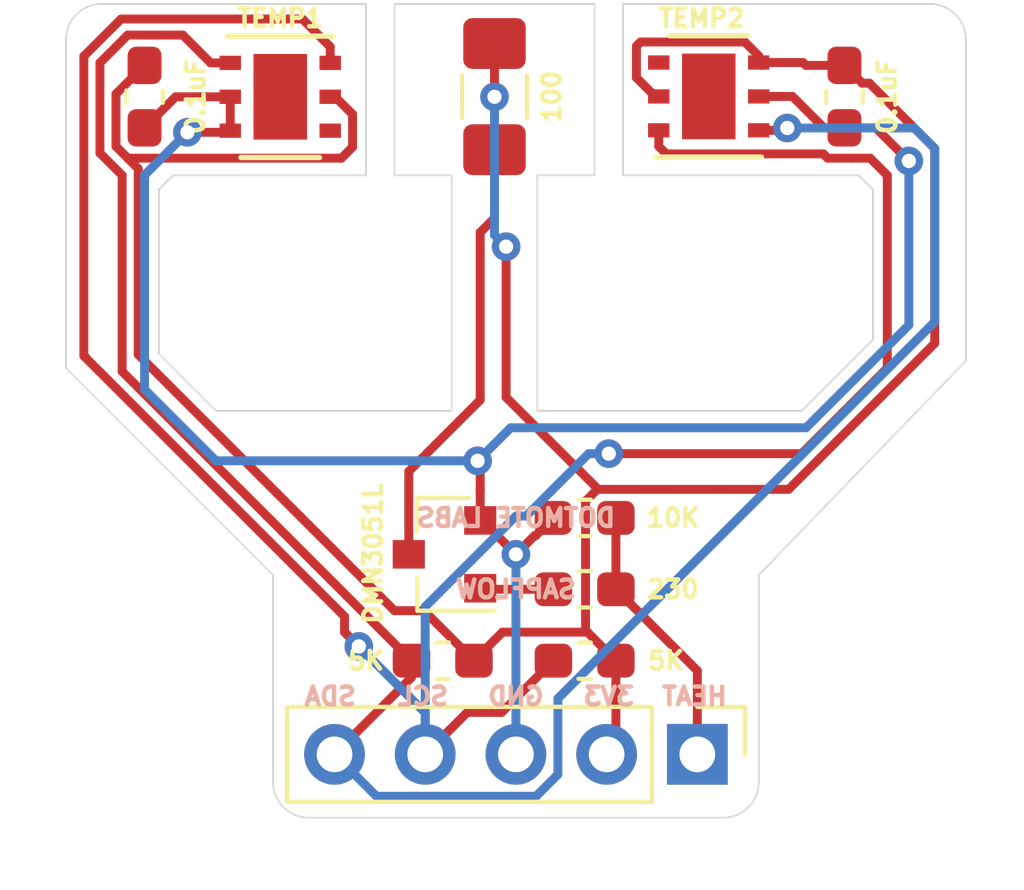
<source format=kicad_pcb>
(kicad_pcb (version 20171130) (host pcbnew "(5.1.0-0)")

  (general
    (thickness 1.6)
    (drawings 43)
    (tracks 159)
    (zones 0)
    (modules 11)
    (nets 12)
  )

  (page A4)
  (layers
    (0 F.Cu signal)
    (31 B.Cu signal)
    (32 B.Adhes user)
    (33 F.Adhes user)
    (34 B.Paste user)
    (35 F.Paste user)
    (36 B.SilkS user)
    (37 F.SilkS user)
    (38 B.Mask user)
    (39 F.Mask user)
    (40 Dwgs.User user)
    (41 Cmts.User user)
    (42 Eco1.User user)
    (43 Eco2.User user)
    (44 Edge.Cuts user)
    (45 Margin user)
    (46 B.CrtYd user)
    (47 F.CrtYd user)
    (48 B.Fab user)
    (49 F.Fab user)
  )

  (setup
    (last_trace_width 0.25)
    (user_trace_width 0.5)
    (trace_clearance 0.2)
    (zone_clearance 0.508)
    (zone_45_only no)
    (trace_min 0.2)
    (via_size 0.8)
    (via_drill 0.4)
    (via_min_size 0.4)
    (via_min_drill 0.3)
    (uvia_size 0.3)
    (uvia_drill 0.1)
    (uvias_allowed no)
    (uvia_min_size 0.2)
    (uvia_min_drill 0.1)
    (edge_width 0.05)
    (segment_width 0.2)
    (pcb_text_width 0.3)
    (pcb_text_size 1.5 1.5)
    (mod_edge_width 0.12)
    (mod_text_size 1 1)
    (mod_text_width 0.15)
    (pad_size 1.524 1.524)
    (pad_drill 0.762)
    (pad_to_mask_clearance 0.051)
    (solder_mask_min_width 0.25)
    (aux_axis_origin 0 0)
    (visible_elements FFFFFF7F)
    (pcbplotparams
      (layerselection 0x010fc_ffffffff)
      (usegerberextensions false)
      (usegerberattributes false)
      (usegerberadvancedattributes false)
      (creategerberjobfile false)
      (excludeedgelayer true)
      (linewidth 0.100000)
      (plotframeref false)
      (viasonmask false)
      (mode 1)
      (useauxorigin false)
      (hpglpennumber 1)
      (hpglpenspeed 20)
      (hpglpendiameter 15.000000)
      (psnegative false)
      (psa4output false)
      (plotreference true)
      (plotvalue true)
      (plotinvisibletext false)
      (padsonsilk false)
      (subtractmaskfromsilk false)
      (outputformat 1)
      (mirror false)
      (drillshape 0)
      (scaleselection 1)
      (outputdirectory "GERBERS/"))
  )

  (net 0 "")
  (net 1 +3V3)
  (net 2 GND)
  (net 3 "Net-(J1-Pad1)")
  (net 4 "Net-(J1-Pad5)")
  (net 5 "Net-(U1-Pad7)")
  (net 6 "Net-(U2-Pad7)")
  (net 7 "Net-(J1-Pad4)")
  (net 8 "Net-(Q1-Pad1)")
  (net 9 "Net-(U1-Pad4)")
  (net 10 "Net-(U2-Pad4)")
  (net 11 "Net-(Q1-Pad3)")

  (net_class Default "This is the default net class."
    (clearance 0.2)
    (trace_width 0.25)
    (via_dia 0.8)
    (via_drill 0.4)
    (uvia_dia 0.3)
    (uvia_drill 0.1)
    (add_net +3V3)
    (add_net GND)
    (add_net "Net-(J1-Pad1)")
    (add_net "Net-(J1-Pad4)")
    (add_net "Net-(J1-Pad5)")
    (add_net "Net-(Q1-Pad1)")
    (add_net "Net-(Q1-Pad3)")
    (add_net "Net-(U1-Pad4)")
    (add_net "Net-(U1-Pad7)")
    (add_net "Net-(U2-Pad4)")
    (add_net "Net-(U2-Pad7)")
  )

  (module Capacitor_SMD:C_0603_1608Metric_Pad1.05x0.95mm_HandSolder (layer F.Cu) (tedit 5B301BBE) (tstamp 5CA23C29)
    (at 110.2 107.995 270)
    (descr "Capacitor SMD 0603 (1608 Metric), square (rectangular) end terminal, IPC_7351 nominal with elongated pad for handsoldering. (Body size source: http://www.tortai-tech.com/upload/download/2011102023233369053.pdf), generated with kicad-footprint-generator")
    (tags "capacitor handsolder")
    (path /5C95C0E6)
    (attr smd)
    (fp_text reference 0.1uF (at 0 -1.43 270) (layer F.SilkS)
      (effects (font (size 0.5 0.5) (thickness 0.125)))
    )
    (fp_text value 0.1uF (at -0.195 3.2 270) (layer F.Fab)
      (effects (font (size 1 1) (thickness 0.15)))
    )
    (fp_line (start -0.8 0.4) (end -0.8 -0.4) (layer F.Fab) (width 0.1))
    (fp_line (start -0.8 -0.4) (end 0.8 -0.4) (layer F.Fab) (width 0.1))
    (fp_line (start 0.8 -0.4) (end 0.8 0.4) (layer F.Fab) (width 0.1))
    (fp_line (start 0.8 0.4) (end -0.8 0.4) (layer F.Fab) (width 0.1))
    (fp_line (start -0.171267 -0.51) (end 0.171267 -0.51) (layer F.SilkS) (width 0.12))
    (fp_line (start -0.171267 0.51) (end 0.171267 0.51) (layer F.SilkS) (width 0.12))
    (fp_line (start -1.65 0.73) (end -1.65 -0.73) (layer F.CrtYd) (width 0.05))
    (fp_line (start -1.65 -0.73) (end 1.65 -0.73) (layer F.CrtYd) (width 0.05))
    (fp_line (start 1.65 -0.73) (end 1.65 0.73) (layer F.CrtYd) (width 0.05))
    (fp_line (start 1.65 0.73) (end -1.65 0.73) (layer F.CrtYd) (width 0.05))
    (fp_text user %R (at 0 0 270) (layer F.Fab)
      (effects (font (size 0.4 0.4) (thickness 0.06)))
    )
    (pad 1 smd roundrect (at -0.875 0 270) (size 1.05 0.95) (layers F.Cu F.Paste F.Mask) (roundrect_rratio 0.25)
      (net 1 +3V3))
    (pad 2 smd roundrect (at 0.875 0 270) (size 1.05 0.95) (layers F.Cu F.Paste F.Mask) (roundrect_rratio 0.25)
      (net 2 GND))
    (model ${KISYS3DMOD}/Capacitor_SMD.3dshapes/C_0603_1608Metric.wrl
      (at (xyz 0 0 0))
      (scale (xyz 1 1 1))
      (rotate (xyz 0 0 0))
    )
  )

  (module Capacitor_SMD:C_0603_1608Metric_Pad1.05x0.95mm_HandSolder (layer F.Cu) (tedit 5B301BBE) (tstamp 5CA23C3A)
    (at 129.8 107.995 270)
    (descr "Capacitor SMD 0603 (1608 Metric), square (rectangular) end terminal, IPC_7351 nominal with elongated pad for handsoldering. (Body size source: http://www.tortai-tech.com/upload/download/2011102023233369053.pdf), generated with kicad-footprint-generator")
    (tags "capacitor handsolder")
    (path /5C9739A0)
    (attr smd)
    (fp_text reference 0.1uF (at 0 -1.2 270) (layer F.SilkS)
      (effects (font (size 0.5 0.5) (thickness 0.125)))
    )
    (fp_text value 0.1uF (at -0.195 -4.2 270) (layer F.Fab)
      (effects (font (size 1 1) (thickness 0.15)))
    )
    (fp_text user %R (at 0 0 270) (layer F.Fab)
      (effects (font (size 0.4 0.4) (thickness 0.06)))
    )
    (fp_line (start 1.65 0.73) (end -1.65 0.73) (layer F.CrtYd) (width 0.05))
    (fp_line (start 1.65 -0.73) (end 1.65 0.73) (layer F.CrtYd) (width 0.05))
    (fp_line (start -1.65 -0.73) (end 1.65 -0.73) (layer F.CrtYd) (width 0.05))
    (fp_line (start -1.65 0.73) (end -1.65 -0.73) (layer F.CrtYd) (width 0.05))
    (fp_line (start -0.171267 0.51) (end 0.171267 0.51) (layer F.SilkS) (width 0.12))
    (fp_line (start -0.171267 -0.51) (end 0.171267 -0.51) (layer F.SilkS) (width 0.12))
    (fp_line (start 0.8 0.4) (end -0.8 0.4) (layer F.Fab) (width 0.1))
    (fp_line (start 0.8 -0.4) (end 0.8 0.4) (layer F.Fab) (width 0.1))
    (fp_line (start -0.8 -0.4) (end 0.8 -0.4) (layer F.Fab) (width 0.1))
    (fp_line (start -0.8 0.4) (end -0.8 -0.4) (layer F.Fab) (width 0.1))
    (pad 2 smd roundrect (at 0.875 0 270) (size 1.05 0.95) (layers F.Cu F.Paste F.Mask) (roundrect_rratio 0.25)
      (net 2 GND))
    (pad 1 smd roundrect (at -0.875 0 270) (size 1.05 0.95) (layers F.Cu F.Paste F.Mask) (roundrect_rratio 0.25)
      (net 1 +3V3))
    (model ${KISYS3DMOD}/Capacitor_SMD.3dshapes/C_0603_1608Metric.wrl
      (at (xyz 0 0 0))
      (scale (xyz 1 1 1))
      (rotate (xyz 0 0 0))
    )
  )

  (module Connector_PinHeader_2.54mm:PinHeader_1x05_P2.54mm_Vertical (layer F.Cu) (tedit 59FED5CC) (tstamp 5CA23C53)
    (at 125.68 126.425001 270)
    (descr "Through hole straight pin header, 1x05, 2.54mm pitch, single row")
    (tags "Through hole pin header THT 1x05 2.54mm single row")
    (path /5CA3246E)
    (fp_text reference " " (at -0.425001 -4.32 270) (layer F.SilkS)
      (effects (font (size 1 1) (thickness 0.15)))
    )
    (fp_text value Conn_01x05_Female (at 2.974999 5.08) (layer F.Fab)
      (effects (font (size 1 1) (thickness 0.15)))
    )
    (fp_line (start -0.635 -1.27) (end 1.27 -1.27) (layer F.Fab) (width 0.1))
    (fp_line (start 1.27 -1.27) (end 1.27 11.43) (layer F.Fab) (width 0.1))
    (fp_line (start 1.27 11.43) (end -1.27 11.43) (layer F.Fab) (width 0.1))
    (fp_line (start -1.27 11.43) (end -1.27 -0.635) (layer F.Fab) (width 0.1))
    (fp_line (start -1.27 -0.635) (end -0.635 -1.27) (layer F.Fab) (width 0.1))
    (fp_line (start -1.33 11.49) (end 1.33 11.49) (layer F.SilkS) (width 0.12))
    (fp_line (start -1.33 1.27) (end -1.33 11.49) (layer F.SilkS) (width 0.12))
    (fp_line (start 1.33 1.27) (end 1.33 11.49) (layer F.SilkS) (width 0.12))
    (fp_line (start -1.33 1.27) (end 1.33 1.27) (layer F.SilkS) (width 0.12))
    (fp_line (start -1.33 0) (end -1.33 -1.33) (layer F.SilkS) (width 0.12))
    (fp_line (start -1.33 -1.33) (end 0 -1.33) (layer F.SilkS) (width 0.12))
    (fp_line (start -1.8 -1.8) (end -1.8 11.95) (layer F.CrtYd) (width 0.05))
    (fp_line (start -1.8 11.95) (end 1.8 11.95) (layer F.CrtYd) (width 0.05))
    (fp_line (start 1.8 11.95) (end 1.8 -1.8) (layer F.CrtYd) (width 0.05))
    (fp_line (start 1.8 -1.8) (end -1.8 -1.8) (layer F.CrtYd) (width 0.05))
    (fp_text user %R (at 0 5.08) (layer F.Fab)
      (effects (font (size 1 1) (thickness 0.15)))
    )
    (pad 1 thru_hole rect (at 0 0 270) (size 1.7 1.7) (drill 1) (layers *.Cu *.Mask)
      (net 3 "Net-(J1-Pad1)"))
    (pad 2 thru_hole oval (at 0 2.54 270) (size 1.7 1.7) (drill 1) (layers *.Cu *.Mask)
      (net 1 +3V3))
    (pad 3 thru_hole oval (at 0 5.08 270) (size 1.7 1.7) (drill 1) (layers *.Cu *.Mask)
      (net 2 GND))
    (pad 4 thru_hole oval (at 0 7.62 270) (size 1.7 1.7) (drill 1) (layers *.Cu *.Mask)
      (net 7 "Net-(J1-Pad4)"))
    (pad 5 thru_hole oval (at 0 10.16 270) (size 1.7 1.7) (drill 1) (layers *.Cu *.Mask)
      (net 4 "Net-(J1-Pad5)"))
    (model ${KISYS3DMOD}/Connector_PinHeader_2.54mm.3dshapes/PinHeader_1x05_P2.54mm_Vertical.wrl
      (at (xyz 0 0 0))
      (scale (xyz 1 1 1))
      (rotate (xyz 0 0 0))
    )
  )

  (module Package_TO_SOT_SMD:SOT-23 (layer F.Cu) (tedit 5A02FF57) (tstamp 5CA23C68)
    (at 118.6 120.82 180)
    (descr "SOT-23, Standard")
    (tags SOT-23)
    (path /5CA1ABB3)
    (attr smd)
    (fp_text reference DMN3051L (at 2 0.02 90) (layer F.SilkS)
      (effects (font (size 0.5 0.5) (thickness 0.125)))
    )
    (fp_text value DMN3051L (at 0 2.5 180) (layer F.Fab)
      (effects (font (size 1 1) (thickness 0.15)))
    )
    (fp_text user %R (at 0 0 -90) (layer F.Fab)
      (effects (font (size 0.5 0.5) (thickness 0.075)))
    )
    (fp_line (start -0.7 -0.95) (end -0.7 1.5) (layer F.Fab) (width 0.1))
    (fp_line (start -0.15 -1.52) (end 0.7 -1.52) (layer F.Fab) (width 0.1))
    (fp_line (start -0.7 -0.95) (end -0.15 -1.52) (layer F.Fab) (width 0.1))
    (fp_line (start 0.7 -1.52) (end 0.7 1.52) (layer F.Fab) (width 0.1))
    (fp_line (start -0.7 1.52) (end 0.7 1.52) (layer F.Fab) (width 0.1))
    (fp_line (start 0.76 1.58) (end 0.76 0.65) (layer F.SilkS) (width 0.12))
    (fp_line (start 0.76 -1.58) (end 0.76 -0.65) (layer F.SilkS) (width 0.12))
    (fp_line (start -1.7 -1.75) (end 1.7 -1.75) (layer F.CrtYd) (width 0.05))
    (fp_line (start 1.7 -1.75) (end 1.7 1.75) (layer F.CrtYd) (width 0.05))
    (fp_line (start 1.7 1.75) (end -1.7 1.75) (layer F.CrtYd) (width 0.05))
    (fp_line (start -1.7 1.75) (end -1.7 -1.75) (layer F.CrtYd) (width 0.05))
    (fp_line (start 0.76 -1.58) (end -1.4 -1.58) (layer F.SilkS) (width 0.12))
    (fp_line (start 0.76 1.58) (end -0.7 1.58) (layer F.SilkS) (width 0.12))
    (pad 1 smd rect (at -1 -0.95 180) (size 0.9 0.8) (layers F.Cu F.Paste F.Mask)
      (net 8 "Net-(Q1-Pad1)"))
    (pad 2 smd rect (at -1 0.95 180) (size 0.9 0.8) (layers F.Cu F.Paste F.Mask)
      (net 2 GND))
    (pad 3 smd rect (at 1 0 180) (size 0.9 0.8) (layers F.Cu F.Paste F.Mask)
      (net 11 "Net-(Q1-Pad3)"))
    (model ${KISYS3DMOD}/Package_TO_SOT_SMD.3dshapes/SOT-23.wrl
      (at (xyz 0 0 0))
      (scale (xyz 1 1 1))
      (rotate (xyz 0 0 0))
    )
  )

  (module Resistor_SMD:R_0603_1608Metric_Pad1.05x0.95mm_HandSolder (layer F.Cu) (tedit 5B301BBD) (tstamp 5CA23C8A)
    (at 122.525 123.8 180)
    (descr "Resistor SMD 0603 (1608 Metric), square (rectangular) end terminal, IPC_7351 nominal with elongated pad for handsoldering. (Body size source: http://www.tortai-tech.com/upload/download/2011102023233369053.pdf), generated with kicad-footprint-generator")
    (tags "resistor handsolder")
    (path /5C976CE7)
    (attr smd)
    (fp_text reference 5K (at -2.275 0 180) (layer F.SilkS)
      (effects (font (size 0.5 0.5) (thickness 0.125)))
    )
    (fp_text value 5K (at -2.475 0 180) (layer F.Fab)
      (effects (font (size 1 1) (thickness 0.15)))
    )
    (fp_line (start -0.8 0.4) (end -0.8 -0.4) (layer F.Fab) (width 0.1))
    (fp_line (start -0.8 -0.4) (end 0.8 -0.4) (layer F.Fab) (width 0.1))
    (fp_line (start 0.8 -0.4) (end 0.8 0.4) (layer F.Fab) (width 0.1))
    (fp_line (start 0.8 0.4) (end -0.8 0.4) (layer F.Fab) (width 0.1))
    (fp_line (start -0.171267 -0.51) (end 0.171267 -0.51) (layer F.SilkS) (width 0.12))
    (fp_line (start -0.171267 0.51) (end 0.171267 0.51) (layer F.SilkS) (width 0.12))
    (fp_line (start -1.65 0.73) (end -1.65 -0.73) (layer F.CrtYd) (width 0.05))
    (fp_line (start -1.65 -0.73) (end 1.65 -0.73) (layer F.CrtYd) (width 0.05))
    (fp_line (start 1.65 -0.73) (end 1.65 0.73) (layer F.CrtYd) (width 0.05))
    (fp_line (start 1.65 0.73) (end -1.65 0.73) (layer F.CrtYd) (width 0.05))
    (fp_text user %R (at 0 0 180) (layer F.Fab)
      (effects (font (size 0.4 0.4) (thickness 0.06)))
    )
    (pad 1 smd roundrect (at -0.875 0 180) (size 1.05 0.95) (layers F.Cu F.Paste F.Mask) (roundrect_rratio 0.25)
      (net 1 +3V3))
    (pad 2 smd roundrect (at 0.875 0 180) (size 1.05 0.95) (layers F.Cu F.Paste F.Mask) (roundrect_rratio 0.25)
      (net 7 "Net-(J1-Pad4)"))
    (model ${KISYS3DMOD}/Resistor_SMD.3dshapes/R_0603_1608Metric.wrl
      (at (xyz 0 0 0))
      (scale (xyz 1 1 1))
      (rotate (xyz 0 0 0))
    )
  )

  (module Resistor_SMD:R_0603_1608Metric_Pad1.05x0.95mm_HandSolder (layer F.Cu) (tedit 5B301BBD) (tstamp 5CA23C9B)
    (at 118.55 123.8 180)
    (descr "Resistor SMD 0603 (1608 Metric), square (rectangular) end terminal, IPC_7351 nominal with elongated pad for handsoldering. (Body size source: http://www.tortai-tech.com/upload/download/2011102023233369053.pdf), generated with kicad-footprint-generator")
    (tags "resistor handsolder")
    (path /5C9841B3)
    (attr smd)
    (fp_text reference 5K (at 2.15 0 180) (layer F.SilkS)
      (effects (font (size 0.5 0.5) (thickness 0.125)))
    )
    (fp_text value 5K (at 2.75 0 180) (layer F.Fab)
      (effects (font (size 1 1) (thickness 0.15)))
    )
    (fp_text user %R (at 0 0 180) (layer F.Fab)
      (effects (font (size 0.4 0.4) (thickness 0.06)))
    )
    (fp_line (start 1.65 0.73) (end -1.65 0.73) (layer F.CrtYd) (width 0.05))
    (fp_line (start 1.65 -0.73) (end 1.65 0.73) (layer F.CrtYd) (width 0.05))
    (fp_line (start -1.65 -0.73) (end 1.65 -0.73) (layer F.CrtYd) (width 0.05))
    (fp_line (start -1.65 0.73) (end -1.65 -0.73) (layer F.CrtYd) (width 0.05))
    (fp_line (start -0.171267 0.51) (end 0.171267 0.51) (layer F.SilkS) (width 0.12))
    (fp_line (start -0.171267 -0.51) (end 0.171267 -0.51) (layer F.SilkS) (width 0.12))
    (fp_line (start 0.8 0.4) (end -0.8 0.4) (layer F.Fab) (width 0.1))
    (fp_line (start 0.8 -0.4) (end 0.8 0.4) (layer F.Fab) (width 0.1))
    (fp_line (start -0.8 -0.4) (end 0.8 -0.4) (layer F.Fab) (width 0.1))
    (fp_line (start -0.8 0.4) (end -0.8 -0.4) (layer F.Fab) (width 0.1))
    (pad 2 smd roundrect (at 0.875 0 180) (size 1.05 0.95) (layers F.Cu F.Paste F.Mask) (roundrect_rratio 0.25)
      (net 4 "Net-(J1-Pad5)"))
    (pad 1 smd roundrect (at -0.875 0 180) (size 1.05 0.95) (layers F.Cu F.Paste F.Mask) (roundrect_rratio 0.25)
      (net 1 +3V3))
    (model ${KISYS3DMOD}/Resistor_SMD.3dshapes/R_0603_1608Metric.wrl
      (at (xyz 0 0 0))
      (scale (xyz 1 1 1))
      (rotate (xyz 0 0 0))
    )
  )

  (module Resistor_SMD:R_0603_1608Metric_Pad1.05x0.95mm_HandSolder (layer F.Cu) (tedit 5B301BBD) (tstamp 5CA23CAC)
    (at 122.525 121.8 180)
    (descr "Resistor SMD 0603 (1608 Metric), square (rectangular) end terminal, IPC_7351 nominal with elongated pad for handsoldering. (Body size source: http://www.tortai-tech.com/upload/download/2011102023233369053.pdf), generated with kicad-footprint-generator")
    (tags "resistor handsolder")
    (path /5CA275E6)
    (attr smd)
    (fp_text reference 230 (at -2.475 0 180) (layer F.SilkS)
      (effects (font (size 0.5 0.5) (thickness 0.125)))
    )
    (fp_text value 230 (at -3.075 0) (layer F.Fab)
      (effects (font (size 1 1) (thickness 0.15)))
    )
    (fp_line (start -0.8 0.4) (end -0.8 -0.4) (layer F.Fab) (width 0.1))
    (fp_line (start -0.8 -0.4) (end 0.8 -0.4) (layer F.Fab) (width 0.1))
    (fp_line (start 0.8 -0.4) (end 0.8 0.4) (layer F.Fab) (width 0.1))
    (fp_line (start 0.8 0.4) (end -0.8 0.4) (layer F.Fab) (width 0.1))
    (fp_line (start -0.171267 -0.51) (end 0.171267 -0.51) (layer F.SilkS) (width 0.12))
    (fp_line (start -0.171267 0.51) (end 0.171267 0.51) (layer F.SilkS) (width 0.12))
    (fp_line (start -1.65 0.73) (end -1.65 -0.73) (layer F.CrtYd) (width 0.05))
    (fp_line (start -1.65 -0.73) (end 1.65 -0.73) (layer F.CrtYd) (width 0.05))
    (fp_line (start 1.65 -0.73) (end 1.65 0.73) (layer F.CrtYd) (width 0.05))
    (fp_line (start 1.65 0.73) (end -1.65 0.73) (layer F.CrtYd) (width 0.05))
    (fp_text user %R (at 0 0 180) (layer F.Fab)
      (effects (font (size 0.4 0.4) (thickness 0.06)))
    )
    (pad 1 smd roundrect (at -0.875 0 180) (size 1.05 0.95) (layers F.Cu F.Paste F.Mask) (roundrect_rratio 0.25)
      (net 3 "Net-(J1-Pad1)"))
    (pad 2 smd roundrect (at 0.875 0 180) (size 1.05 0.95) (layers F.Cu F.Paste F.Mask) (roundrect_rratio 0.25)
      (net 8 "Net-(Q1-Pad1)"))
    (model ${KISYS3DMOD}/Resistor_SMD.3dshapes/R_0603_1608Metric.wrl
      (at (xyz 0 0 0))
      (scale (xyz 1 1 1))
      (rotate (xyz 0 0 0))
    )
  )

  (module Resistor_SMD:R_0603_1608Metric_Pad1.05x0.95mm_HandSolder (layer F.Cu) (tedit 5B301BBD) (tstamp 5CA23CBD)
    (at 122.525 119.8)
    (descr "Resistor SMD 0603 (1608 Metric), square (rectangular) end terminal, IPC_7351 nominal with elongated pad for handsoldering. (Body size source: http://www.tortai-tech.com/upload/download/2011102023233369053.pdf), generated with kicad-footprint-generator")
    (tags "resistor handsolder")
    (path /5CA29FA4)
    (attr smd)
    (fp_text reference 10K (at 2.475 0) (layer F.SilkS)
      (effects (font (size 0.5 0.5) (thickness 0.125)))
    )
    (fp_text value 10K (at 3.075 0) (layer F.Fab)
      (effects (font (size 1 1) (thickness 0.15)))
    )
    (fp_text user %R (at 0 0) (layer F.Fab)
      (effects (font (size 0.4 0.4) (thickness 0.06)))
    )
    (fp_line (start 1.65 0.73) (end -1.65 0.73) (layer F.CrtYd) (width 0.05))
    (fp_line (start 1.65 -0.73) (end 1.65 0.73) (layer F.CrtYd) (width 0.05))
    (fp_line (start -1.65 -0.73) (end 1.65 -0.73) (layer F.CrtYd) (width 0.05))
    (fp_line (start -1.65 0.73) (end -1.65 -0.73) (layer F.CrtYd) (width 0.05))
    (fp_line (start -0.171267 0.51) (end 0.171267 0.51) (layer F.SilkS) (width 0.12))
    (fp_line (start -0.171267 -0.51) (end 0.171267 -0.51) (layer F.SilkS) (width 0.12))
    (fp_line (start 0.8 0.4) (end -0.8 0.4) (layer F.Fab) (width 0.1))
    (fp_line (start 0.8 -0.4) (end 0.8 0.4) (layer F.Fab) (width 0.1))
    (fp_line (start -0.8 -0.4) (end 0.8 -0.4) (layer F.Fab) (width 0.1))
    (fp_line (start -0.8 0.4) (end -0.8 -0.4) (layer F.Fab) (width 0.1))
    (pad 2 smd roundrect (at 0.875 0) (size 1.05 0.95) (layers F.Cu F.Paste F.Mask) (roundrect_rratio 0.25)
      (net 3 "Net-(J1-Pad1)"))
    (pad 1 smd roundrect (at -0.875 0) (size 1.05 0.95) (layers F.Cu F.Paste F.Mask) (roundrect_rratio 0.25)
      (net 2 GND))
    (model ${KISYS3DMOD}/Resistor_SMD.3dshapes/R_0603_1608Metric.wrl
      (at (xyz 0 0 0))
      (scale (xyz 1 1 1))
      (rotate (xyz 0 0 0))
    )
  )

  (module Package_SON:Texas_PWSON-N6 (layer F.Cu) (tedit 5A15BFB4) (tstamp 5CA23CD4)
    (at 126 107.99 180)
    (descr "Plastic Small Outline No-Lead http://www.ti.com/lit/ml/mpds176e/mpds176e.pdf")
    (tags "Plastic Small Outline No-Lead")
    (path /5C955E0A)
    (attr smd)
    (fp_text reference TEMP2 (at 0.2 2.19 180) (layer F.SilkS)
      (effects (font (size 0.5 0.5) (thickness 0.125)))
    )
    (fp_text value HDC2080 (at 0 -3.01 180) (layer F.Fab)
      (effects (font (size 1 1) (thickness 0.15)))
    )
    (fp_line (start 1.475 -1.7) (end -1.475 -1.7) (layer F.SilkS) (width 0.15))
    (fp_line (start 1.1 1.7) (end -1.1 1.7) (layer F.SilkS) (width 0.15))
    (fp_line (start 1.475 -1.5) (end -0.825 -1.5) (layer F.Fab) (width 0.15))
    (fp_line (start -1.475 1.5) (end -1.475 -0.75) (layer F.Fab) (width 0.15))
    (fp_line (start -1.475 -0.75) (end -0.825 -1.5) (layer F.Fab) (width 0.15))
    (fp_line (start 1.98 1.85) (end 1.98 -1.85) (layer F.CrtYd) (width 0.05))
    (fp_line (start -1.98 1.85) (end 1.98 1.85) (layer F.CrtYd) (width 0.05))
    (fp_line (start -1.98 1.85) (end -1.98 -1.85) (layer F.CrtYd) (width 0.05))
    (fp_line (start -1.98 -1.86) (end 1.98 -1.86) (layer F.CrtYd) (width 0.05))
    (fp_text user %R (at 0 0 180) (layer F.Fab)
      (effects (font (size 0.5 0.5) (thickness 0.1)))
    )
    (fp_line (start 1.475 1.5) (end -1.475 1.5) (layer F.Fab) (width 0.15))
    (fp_line (start 1.475 -1.5) (end 1.475 1.5) (layer F.Fab) (width 0.15))
    (pad 7 smd rect (at 0 0 180) (size 1.5 2.4) (layers F.Cu F.Paste F.Mask)
      (net 5 "Net-(U1-Pad7)"))
    (pad 1 smd rect (at -1.4 -0.95 180) (size 0.6 0.4) (layers F.Cu F.Paste F.Mask)
      (net 4 "Net-(J1-Pad5)"))
    (pad 2 smd rect (at -1.4 0 180) (size 0.6 0.4) (layers F.Cu F.Paste F.Mask)
      (net 2 GND))
    (pad 3 smd rect (at -1.4 0.95 180) (size 0.6 0.4) (layers F.Cu F.Paste F.Mask)
      (net 1 +3V3))
    (pad 4 smd rect (at 1.4 0.95 180) (size 0.6 0.4) (layers F.Cu F.Paste F.Mask)
      (net 9 "Net-(U1-Pad4)"))
    (pad 5 smd rect (at 1.4 0 180) (size 0.6 0.4) (layers F.Cu F.Paste F.Mask)
      (net 1 +3V3))
    (pad 6 smd rect (at 1.4 -0.95 180) (size 0.6 0.4) (layers F.Cu F.Paste F.Mask)
      (net 7 "Net-(J1-Pad4)"))
    (model ${KISYS3DMOD}/Package_SON.3dshapes/Texas_PWSON-N6.wrl
      (at (xyz 0 0 0))
      (scale (xyz 1 1 1))
      (rotate (xyz 0 0 0))
    )
    (model /Users/kevin/Documents/Kicad/wemos_sapflow_ti/DMB0006A.stp
      (at (xyz 0 0 0))
      (scale (xyz 1 1 1))
      (rotate (xyz 0 0 0))
    )
  )

  (module Package_SON:Texas_PWSON-N6 (layer F.Cu) (tedit 5A15BFB4) (tstamp 5CA23CEB)
    (at 114 108)
    (descr "Plastic Small Outline No-Lead http://www.ti.com/lit/ml/mpds176e/mpds176e.pdf")
    (tags "Plastic Small Outline No-Lead")
    (path /5C957450)
    (attr smd)
    (fp_text reference TEMP1 (at 0 -2.2) (layer F.SilkS)
      (effects (font (size 0.5 0.5) (thickness 0.125)))
    )
    (fp_text value HDC2080 (at 0 3) (layer F.Fab)
      (effects (font (size 1 1) (thickness 0.15)))
    )
    (fp_line (start 1.475 -1.5) (end 1.475 1.5) (layer F.Fab) (width 0.15))
    (fp_line (start 1.475 1.5) (end -1.475 1.5) (layer F.Fab) (width 0.15))
    (fp_text user %R (at 0 0) (layer F.Fab)
      (effects (font (size 0.5 0.5) (thickness 0.1)))
    )
    (fp_line (start -1.98 -1.86) (end 1.98 -1.86) (layer F.CrtYd) (width 0.05))
    (fp_line (start -1.98 1.85) (end -1.98 -1.85) (layer F.CrtYd) (width 0.05))
    (fp_line (start -1.98 1.85) (end 1.98 1.85) (layer F.CrtYd) (width 0.05))
    (fp_line (start 1.98 1.85) (end 1.98 -1.85) (layer F.CrtYd) (width 0.05))
    (fp_line (start -1.475 -0.75) (end -0.825 -1.5) (layer F.Fab) (width 0.15))
    (fp_line (start -1.475 1.5) (end -1.475 -0.75) (layer F.Fab) (width 0.15))
    (fp_line (start 1.475 -1.5) (end -0.825 -1.5) (layer F.Fab) (width 0.15))
    (fp_line (start 1.1 1.7) (end -1.1 1.7) (layer F.SilkS) (width 0.15))
    (fp_line (start 1.475 -1.7) (end -1.475 -1.7) (layer F.SilkS) (width 0.15))
    (pad 6 smd rect (at 1.4 -0.95) (size 0.6 0.4) (layers F.Cu F.Paste F.Mask)
      (net 7 "Net-(J1-Pad4)"))
    (pad 5 smd rect (at 1.4 0) (size 0.6 0.4) (layers F.Cu F.Paste F.Mask)
      (net 1 +3V3))
    (pad 4 smd rect (at 1.4 0.95) (size 0.6 0.4) (layers F.Cu F.Paste F.Mask)
      (net 10 "Net-(U2-Pad4)"))
    (pad 3 smd rect (at -1.4 0.95) (size 0.6 0.4) (layers F.Cu F.Paste F.Mask)
      (net 2 GND))
    (pad 2 smd rect (at -1.4 0) (size 0.6 0.4) (layers F.Cu F.Paste F.Mask)
      (net 2 GND))
    (pad 1 smd rect (at -1.4 -0.95) (size 0.6 0.4) (layers F.Cu F.Paste F.Mask)
      (net 4 "Net-(J1-Pad5)"))
    (pad 7 smd rect (at 0 0) (size 1.5 2.4) (layers F.Cu F.Paste F.Mask)
      (net 6 "Net-(U2-Pad7)"))
    (model ${KISYS3DMOD}/Package_SON.3dshapes/Texas_PWSON-N6.wrl
      (at (xyz 0 0 0))
      (scale (xyz 1 1 1))
      (rotate (xyz 0 0 0))
    )
    (model /Users/kevin/Documents/Kicad/wemos_sapflow_ti/DMB0006A.stp
      (at (xyz 0 0 0))
      (scale (xyz 1 1 1))
      (rotate (xyz 0 0 0))
    )
  )

  (module Resistor_SMD:R_1206_3216Metric_Pad1.42x1.75mm_HandSolder (layer F.Cu) (tedit 5B301BBD) (tstamp 5D9EDD13)
    (at 120 107.995 90)
    (descr "Resistor SMD 1206 (3216 Metric), square (rectangular) end terminal, IPC_7351 nominal with elongated pad for handsoldering. (Body size source: http://www.tortai-tech.com/upload/download/2011102023233369053.pdf), generated with kicad-footprint-generator")
    (tags "resistor handsolder")
    (path /5C98AEE0)
    (attr smd)
    (fp_text reference 100 (at 0 1.6 90) (layer F.SilkS)
      (effects (font (size 0.5 0.5) (thickness 0.125)))
    )
    (fp_text value 100 (at 0 1.82 90) (layer F.Fab)
      (effects (font (size 1 1) (thickness 0.15)))
    )
    (fp_line (start -1.6 0.8) (end -1.6 -0.8) (layer F.Fab) (width 0.1))
    (fp_line (start -1.6 -0.8) (end 1.6 -0.8) (layer F.Fab) (width 0.1))
    (fp_line (start 1.6 -0.8) (end 1.6 0.8) (layer F.Fab) (width 0.1))
    (fp_line (start 1.6 0.8) (end -1.6 0.8) (layer F.Fab) (width 0.1))
    (fp_line (start -0.602064 -0.91) (end 0.602064 -0.91) (layer F.SilkS) (width 0.12))
    (fp_line (start -0.602064 0.91) (end 0.602064 0.91) (layer F.SilkS) (width 0.12))
    (fp_line (start -2.45 1.12) (end -2.45 -1.12) (layer F.CrtYd) (width 0.05))
    (fp_line (start -2.45 -1.12) (end 2.45 -1.12) (layer F.CrtYd) (width 0.05))
    (fp_line (start 2.45 -1.12) (end 2.45 1.12) (layer F.CrtYd) (width 0.05))
    (fp_line (start 2.45 1.12) (end -2.45 1.12) (layer F.CrtYd) (width 0.05))
    (fp_text user %R (at 0 0 90) (layer F.Fab)
      (effects (font (size 0.8 0.8) (thickness 0.12)))
    )
    (pad 1 smd roundrect (at -1.4875 0 90) (size 1.425 1.75) (layers F.Cu F.Paste F.Mask) (roundrect_rratio 0.175439)
      (net 11 "Net-(Q1-Pad3)"))
    (pad 2 smd roundrect (at 1.4875 0 90) (size 1.425 1.75) (layers F.Cu F.Paste F.Mask) (roundrect_rratio 0.175439)
      (net 1 +3V3))
    (model ${KISYS3DMOD}/Resistor_SMD.3dshapes/R_1206_3216Metric.wrl
      (at (xyz 0 0 0))
      (scale (xyz 1 1 1))
      (rotate (xyz 0 0 0))
    )
  )

  (gr_text SAPFLOW (at 120.6 121.8) (layer B.SilkS)
    (effects (font (size 0.5 0.5) (thickness 0.125)) (justify mirror))
  )
  (gr_text "DOTMOTE LABS" (at 120.6 119.8) (layer B.SilkS)
    (effects (font (size 0.5 0.5) (thickness 0.125)) (justify mirror))
  )
  (gr_arc (start 114.8 127.2) (end 113.8 127.2) (angle -90) (layer Edge.Cuts) (width 0.05))
  (gr_arc (start 126.4 127.2) (end 126.4 128.2) (angle -90) (layer Edge.Cuts) (width 0.05))
  (gr_arc (start 109 106.4) (end 109 105.4) (angle -90) (layer Edge.Cuts) (width 0.05))
  (gr_arc (start 132.2 106.4) (end 133.2 106.4) (angle -90) (layer Edge.Cuts) (width 0.05))
  (gr_line (start 113.8 121.4) (end 113.8 122.6) (layer Edge.Cuts) (width 0.05) (tstamp 5D9F4A9E))
  (gr_line (start 108 115.6) (end 113.8 121.4) (layer Edge.Cuts) (width 0.05))
  (gr_line (start 108 115.2) (end 108 115.6) (layer Edge.Cuts) (width 0.05))
  (gr_line (start 108 106.4) (end 108 115.2) (layer Edge.Cuts) (width 0.05))
  (gr_line (start 116.4 105.4) (end 109 105.4) (layer Edge.Cuts) (width 0.05))
  (gr_line (start 116.4 110.2) (end 116.4 105.4) (layer Edge.Cuts) (width 0.05))
  (gr_line (start 111 110.2) (end 116.4 110.2) (layer Edge.Cuts) (width 0.05))
  (gr_line (start 110.6 110.6) (end 111 110.2) (layer Edge.Cuts) (width 0.05))
  (gr_line (start 110.6 115.2) (end 110.6 110.6) (layer Edge.Cuts) (width 0.05))
  (gr_line (start 112.2 116.8) (end 110.6 115.2) (layer Edge.Cuts) (width 0.05))
  (gr_line (start 118.8 116.8) (end 112.2 116.8) (layer Edge.Cuts) (width 0.05))
  (gr_line (start 118.8 110.2) (end 118.8 116.8) (layer Edge.Cuts) (width 0.05))
  (gr_line (start 117.2 110.2) (end 118.8 110.2) (layer Edge.Cuts) (width 0.05))
  (gr_line (start 117.2 105.4) (end 117.2 110.2) (layer Edge.Cuts) (width 0.05))
  (gr_line (start 122.8 105.4) (end 117.2 105.4) (layer Edge.Cuts) (width 0.05))
  (gr_line (start 122.8 110.2) (end 122.8 105.4) (layer Edge.Cuts) (width 0.05))
  (gr_line (start 121.2 110.2) (end 122.8 110.2) (layer Edge.Cuts) (width 0.05))
  (gr_line (start 121.2 116.8) (end 121.2 110.2) (layer Edge.Cuts) (width 0.05))
  (gr_line (start 128.6 116.8) (end 121.2 116.8) (layer Edge.Cuts) (width 0.05))
  (gr_line (start 130.6 114.8) (end 128.6 116.8) (layer Edge.Cuts) (width 0.05))
  (gr_line (start 130.6 110.6) (end 130.6 114.8) (layer Edge.Cuts) (width 0.05))
  (gr_line (start 130.2 110.2) (end 130.6 110.6) (layer Edge.Cuts) (width 0.05))
  (gr_line (start 123.6 110.2) (end 130.2 110.2) (layer Edge.Cuts) (width 0.05))
  (gr_line (start 123.6 105.4) (end 123.6 110.2) (layer Edge.Cuts) (width 0.05))
  (gr_line (start 132.2 105.4) (end 123.6 105.4) (layer Edge.Cuts) (width 0.05))
  (gr_line (start 133.2 115.4) (end 133.2 106.4) (layer Edge.Cuts) (width 0.05))
  (gr_line (start 127.4 121.4) (end 133.2 115.4) (layer Edge.Cuts) (width 0.05))
  (gr_line (start 127.4 122.6) (end 127.4 121.4) (layer Edge.Cuts) (width 0.05))
  (gr_text SDA (at 115.4 124.8) (layer B.SilkS) (tstamp 5CA25602)
    (effects (font (size 0.5 0.5) (thickness 0.125)) (justify mirror))
  )
  (gr_text SCL (at 118 124.8) (layer B.SilkS) (tstamp 5CA255CA)
    (effects (font (size 0.5 0.5) (thickness 0.125)) (justify mirror))
  )
  (gr_text GND (at 120.6 124.8) (layer B.SilkS) (tstamp 5CA255C7)
    (effects (font (size 0.5 0.5) (thickness 0.125)) (justify mirror))
  )
  (gr_text 3V3 (at 123.2 124.8) (layer B.SilkS) (tstamp 5CA255B5)
    (effects (font (size 0.5 0.5) (thickness 0.125)) (justify mirror))
  )
  (gr_text HEAT (at 125.6 124.8) (layer B.SilkS)
    (effects (font (size 0.5 0.5) (thickness 0.125)) (justify mirror))
  )
  (gr_line (start 113.8 127.2) (end 113.8 122.6) (layer Edge.Cuts) (width 0.05))
  (gr_line (start 126.4 128.2) (end 114.8 128.2) (layer Edge.Cuts) (width 0.05))
  (gr_line (start 127.4 124.8) (end 127.4 122.6) (layer Edge.Cuts) (width 0.05))
  (gr_line (start 127.4 127.2) (end 127.4 124.8) (layer Edge.Cuts) (width 0.05))

  (segment (start 123.4 126.165001) (end 123.14 126.425001) (width 0.25) (layer F.Cu) (net 1))
  (segment (start 123.4 123.8) (end 123.4 126.165001) (width 0.25) (layer F.Cu) (net 1))
  (segment (start 120.22501 122.99999) (end 119.924072 123.300928) (width 0.25) (layer F.Cu) (net 1))
  (segment (start 122.59999 122.99999) (end 120.22501 122.99999) (width 0.25) (layer F.Cu) (net 1))
  (segment (start 119.924072 123.300928) (end 119.425 123.8) (width 0.25) (layer F.Cu) (net 1))
  (segment (start 123.4 123.8) (end 122.59999 122.99999) (width 0.25) (layer F.Cu) (net 1))
  (segment (start 127.48 107.12) (end 127.4 107.04) (width 0.25) (layer F.Cu) (net 1))
  (segment (start 124.5 107.99) (end 124.6 107.99) (width 0.25) (layer F.Cu) (net 1))
  (segment (start 127.4 107.04) (end 127.4 106.854998) (width 0.25) (layer F.Cu) (net 1))
  (segment (start 128.72 107.12) (end 129.8 107.12) (width 0.25) (layer F.Cu) (net 1))
  (segment (start 128.64 107.04) (end 128.72 107.12) (width 0.25) (layer F.Cu) (net 1))
  (segment (start 127.4 107.04) (end 128.64 107.04) (width 0.25) (layer F.Cu) (net 1))
  (segment (start 115.4 108) (end 115.5 108) (width 0.25) (layer F.Cu) (net 1))
  (segment (start 110.28 107.2) (end 110.2 107.12) (width 0.25) (layer F.Cu) (net 1))
  (segment (start 124.264999 106.464999) (end 124.089999 106.464999) (width 0.25) (layer F.Cu) (net 1))
  (segment (start 124.089999 106.464999) (end 123.974999 106.579999) (width 0.25) (layer F.Cu) (net 1))
  (segment (start 127.010001 106.464999) (end 124.264999 106.464999) (width 0.25) (layer F.Cu) (net 1))
  (segment (start 127.4 106.854998) (end 127.010001 106.464999) (width 0.25) (layer F.Cu) (net 1))
  (segment (start 123.974999 106.579999) (end 123.974999 107.464999) (width 0.25) (layer F.Cu) (net 1))
  (segment (start 123.974999 107.464999) (end 124.5 107.99) (width 0.25) (layer F.Cu) (net 1))
  (segment (start 109.700928 107.619072) (end 110.2 107.12) (width 0.25) (layer F.Cu) (net 1))
  (segment (start 109.39999 107.92001) (end 109.700928 107.619072) (width 0.25) (layer F.Cu) (net 1))
  (segment (start 109.39999 109.3905) (end 109.39999 107.92001) (width 0.25) (layer F.Cu) (net 1))
  (segment (start 115.714992 109.72001) (end 109.7295 109.72001) (width 0.25) (layer F.Cu) (net 1))
  (segment (start 116.025001 109.410001) (end 115.714992 109.72001) (width 0.25) (layer F.Cu) (net 1))
  (segment (start 116.025001 108.489999) (end 116.025001 109.410001) (width 0.25) (layer F.Cu) (net 1))
  (segment (start 115.535002 108) (end 116.025001 108.489999) (width 0.25) (layer F.Cu) (net 1))
  (segment (start 109.7295 109.72001) (end 109.39999 109.3905) (width 0.25) (layer F.Cu) (net 1))
  (segment (start 115.4 108) (end 115.535002 108) (width 0.25) (layer F.Cu) (net 1))
  (segment (start 122.54999 122.94999) (end 122.59999 122.99999) (width 0.25) (layer F.Cu) (net 1))
  (segment (start 122.54999 119.37948) (end 122.54999 122.94999) (width 0.25) (layer F.Cu) (net 1))
  (segment (start 110.02309 110.0136) (end 109.7295 109.72001) (width 0.25) (layer F.Cu) (net 1))
  (segment (start 110.02309 115.22309) (end 110.02309 110.0136) (width 0.25) (layer F.Cu) (net 1))
  (segment (start 117.2 122.4) (end 110.02309 115.22309) (width 0.25) (layer F.Cu) (net 1))
  (segment (start 118.025 122.4) (end 117.2 122.4) (width 0.25) (layer F.Cu) (net 1))
  (segment (start 119.425 123.8) (end 118.025 122.4) (width 0.25) (layer F.Cu) (net 1))
  (segment (start 130.497469 107.619072) (end 130.299072 107.619072) (width 0.25) (layer F.Cu) (net 1))
  (segment (start 132.328238 114.908172) (end 132.328238 109.449841) (width 0.25) (layer F.Cu) (net 1))
  (segment (start 130.299072 107.619072) (end 129.8 107.12) (width 0.25) (layer F.Cu) (net 1))
  (segment (start 128.23642 118.99999) (end 132.328238 114.908172) (width 0.25) (layer F.Cu) (net 1))
  (segment (start 122.8795 118.99999) (end 128.23642 118.99999) (width 0.25) (layer F.Cu) (net 1))
  (segment (start 132.328238 109.449841) (end 130.497469 107.619072) (width 0.25) (layer F.Cu) (net 1))
  (segment (start 122.54999 119.3295) (end 122.8795 118.99999) (width 0.25) (layer F.Cu) (net 1))
  (segment (start 122.54999 119.37948) (end 122.54999 119.3295) (width 0.25) (layer F.Cu) (net 1))
  (via (at 120 108) (size 0.8) (drill 0.4) (layers F.Cu B.Cu) (net 1))
  (segment (start 120 106.5075) (end 120 108) (width 0.25) (layer F.Cu) (net 1))
  (via (at 120.325 112.2) (size 0.8) (drill 0.4) (layers F.Cu B.Cu) (net 1))
  (segment (start 120 111.875) (end 120.325 112.2) (width 0.25) (layer B.Cu) (net 1))
  (segment (start 120 108) (end 120 111.875) (width 0.25) (layer B.Cu) (net 1))
  (segment (start 122.8795 118.974488) (end 122.8795 118.99999) (width 0.25) (layer F.Cu) (net 1))
  (segment (start 120.325 116.419988) (end 122.8795 118.974488) (width 0.25) (layer F.Cu) (net 1))
  (segment (start 120.325 112.2) (end 120.325 116.419988) (width 0.25) (layer F.Cu) (net 1))
  (segment (start 120.6 126.425001) (end 120.6 122.8) (width 0.25) (layer B.Cu) (net 2))
  (segment (start 119.65 119.87) (end 119.6 119.87) (width 0.25) (layer F.Cu) (net 2))
  (segment (start 120.6 120.82) (end 119.65 119.87) (width 0.25) (layer F.Cu) (net 2))
  (segment (start 121.120928 120.299072) (end 120.6 120.82) (width 0.25) (layer F.Cu) (net 2))
  (segment (start 121.150928 120.299072) (end 121.120928 120.299072) (width 0.25) (layer F.Cu) (net 2))
  (segment (start 121.65 119.8) (end 121.150928 120.299072) (width 0.25) (layer F.Cu) (net 2))
  (via (at 120.6 120.82) (size 0.8) (drill 0.4) (layers F.Cu B.Cu) (net 2))
  (segment (start 120.6 122.8) (end 120.6 120.82) (width 0.25) (layer B.Cu) (net 2))
  (segment (start 112.6 108) (end 112.6 108.95) (width 0.25) (layer F.Cu) (net 2))
  (segment (start 127.5 107.99) (end 127.4 107.99) (width 0.25) (layer F.Cu) (net 2))
  (segment (start 127.95 107.99) (end 127.4 107.99) (width 0.25) (layer F.Cu) (net 2))
  (segment (start 128.345 107.99) (end 127.95 107.99) (width 0.25) (layer F.Cu) (net 2))
  (segment (start 129.225 108.87) (end 128.345 107.99) (width 0.25) (layer F.Cu) (net 2))
  (segment (start 129.8 108.87) (end 129.225 108.87) (width 0.25) (layer F.Cu) (net 2))
  (segment (start 111.07 108) (end 110.2 108.87) (width 0.25) (layer F.Cu) (net 2))
  (segment (start 112.6 108) (end 111.07 108) (width 0.25) (layer F.Cu) (net 2))
  (segment (start 127.4 107.99) (end 128.002586 107.99) (width 0.25) (layer F.Cu) (net 2))
  (segment (start 119.6 119.006038) (end 119.596981 119.003019) (width 0.25) (layer F.Cu) (net 2))
  (segment (start 119.6 119.87) (end 119.6 119.006038) (width 0.25) (layer F.Cu) (net 2))
  (segment (start 119.6 118.273001) (end 119.526999 118.2) (width 0.25) (layer F.Cu) (net 2))
  (via (at 119.526999 118.2) (size 0.8) (drill 0.4) (layers F.Cu B.Cu) (net 2))
  (segment (start 119.6 119.006038) (end 119.6 118.273001) (width 0.25) (layer F.Cu) (net 2))
  (segment (start 119.526999 118.2) (end 118.961314 118.2) (width 0.25) (layer B.Cu) (net 2))
  (segment (start 118.961314 118.2) (end 112.2 118.2) (width 0.25) (layer B.Cu) (net 2))
  (segment (start 112.2 118.2) (end 110.2 116.2) (width 0.25) (layer B.Cu) (net 2))
  (segment (start 110.2 116.2) (end 110.2 111.2) (width 0.25) (layer B.Cu) (net 2))
  (via (at 111.4 108.99501) (size 0.8) (drill 0.4) (layers F.Cu B.Cu) (net 2))
  (segment (start 110.2 110.19501) (end 111.4 108.99501) (width 0.25) (layer B.Cu) (net 2))
  (segment (start 110.2 111.2) (end 110.2 110.19501) (width 0.25) (layer B.Cu) (net 2))
  (segment (start 112.55499 108.99501) (end 112.6 108.95) (width 0.25) (layer F.Cu) (net 2))
  (segment (start 111.4 108.99501) (end 112.55499 108.99501) (width 0.25) (layer F.Cu) (net 2))
  (segment (start 120.452 117.274999) (end 128.725001 117.274999) (width 0.25) (layer B.Cu) (net 2))
  (segment (start 119.526999 118.2) (end 120.452 117.274999) (width 0.25) (layer B.Cu) (net 2))
  (via (at 131.603237 109.797842) (size 0.8) (drill 0.4) (layers F.Cu B.Cu) (net 2))
  (segment (start 131.603237 114.396763) (end 131.603237 109.797842) (width 0.25) (layer B.Cu) (net 2))
  (segment (start 128.725001 117.274999) (end 131.603237 114.396763) (width 0.25) (layer B.Cu) (net 2))
  (segment (start 130.675395 108.87) (end 129.8 108.87) (width 0.25) (layer F.Cu) (net 2))
  (segment (start 131.603237 109.797842) (end 130.675395 108.87) (width 0.25) (layer F.Cu) (net 2))
  (segment (start 125.68 124.08) (end 123.4 121.8) (width 0.25) (layer F.Cu) (net 3))
  (segment (start 125.68 126.425001) (end 125.68 124.08) (width 0.25) (layer F.Cu) (net 3))
  (segment (start 123.4 121.8) (end 123.4 119.8) (width 0.25) (layer F.Cu) (net 3))
  (segment (start 117.675 124.270001) (end 117.675 123.8) (width 0.25) (layer F.Cu) (net 4))
  (segment (start 115.52 126.425001) (end 117.675 124.270001) (width 0.25) (layer F.Cu) (net 4))
  (segment (start 108.949981 109.576901) (end 109.57308 110.2) (width 0.25) (layer F.Cu) (net 4))
  (segment (start 109.7295 106.26999) (end 108.949981 107.049509) (width 0.25) (layer F.Cu) (net 4))
  (segment (start 108.949981 107.049509) (end 108.949981 109.576901) (width 0.25) (layer F.Cu) (net 4))
  (segment (start 112.6 107.05) (end 112.05 107.05) (width 0.25) (layer F.Cu) (net 4))
  (segment (start 111.26999 106.26999) (end 109.7295 106.26999) (width 0.25) (layer F.Cu) (net 4))
  (segment (start 112.05 107.05) (end 111.26999 106.26999) (width 0.25) (layer F.Cu) (net 4))
  (segment (start 109.57308 115.69808) (end 117.675 123.8) (width 0.25) (layer F.Cu) (net 4))
  (segment (start 109.57308 110.2) (end 109.57308 115.69808) (width 0.25) (layer F.Cu) (net 4))
  (via (at 128.2 108.875) (size 0.8) (drill 0.4) (layers F.Cu B.Cu) (net 4))
  (segment (start 128.135 108.94) (end 128.2 108.875) (width 0.25) (layer F.Cu) (net 4))
  (segment (start 127.4 108.94) (end 128.135 108.94) (width 0.25) (layer F.Cu) (net 4))
  (segment (start 121.164001 127.600002) (end 116.695001 127.600002) (width 0.25) (layer B.Cu) (net 4))
  (segment (start 121.775001 126.989002) (end 121.164001 127.600002) (width 0.25) (layer B.Cu) (net 4))
  (segment (start 121.775001 124.861409) (end 121.775001 126.989002) (width 0.25) (layer B.Cu) (net 4))
  (segment (start 132.328238 114.308172) (end 121.775001 124.861409) (width 0.25) (layer B.Cu) (net 4))
  (segment (start 116.369999 127.275) (end 115.52 126.425001) (width 0.25) (layer B.Cu) (net 4))
  (segment (start 116.695001 127.600002) (end 116.369999 127.275) (width 0.25) (layer B.Cu) (net 4))
  (segment (start 132.328238 109.449841) (end 132.328238 114.308172) (width 0.25) (layer B.Cu) (net 4))
  (segment (start 131.753397 108.875) (end 132.328238 109.449841) (width 0.25) (layer B.Cu) (net 4))
  (segment (start 128.2 108.875) (end 131.753397 108.875) (width 0.25) (layer B.Cu) (net 4))
  (segment (start 121.150928 124.299072) (end 121.65 123.8) (width 0.25) (layer F.Cu) (net 7))
  (segment (start 120.2 125.25) (end 121.150928 124.299072) (width 0.25) (layer F.Cu) (net 7))
  (segment (start 119.235001 125.25) (end 120.2 125.25) (width 0.25) (layer F.Cu) (net 7))
  (segment (start 118.06 126.425001) (end 119.235001 125.25) (width 0.25) (layer F.Cu) (net 7))
  (segment (start 124.5 108.94) (end 124.6 108.94) (width 0.25) (layer F.Cu) (net 7))
  (segment (start 115.4 107.05) (end 115.5 107.05) (width 0.25) (layer F.Cu) (net 7))
  (via (at 116.2 123.4) (size 0.8) (drill 0.4) (layers F.Cu B.Cu) (net 7))
  (segment (start 115.4 106.6) (end 114.619981 105.819981) (width 0.25) (layer F.Cu) (net 7))
  (segment (start 109.543099 105.819981) (end 108.499971 106.863109) (width 0.25) (layer F.Cu) (net 7))
  (segment (start 114.619981 105.819981) (end 109.543099 105.819981) (width 0.25) (layer F.Cu) (net 7))
  (segment (start 115.4 107.05) (end 115.4 106.6) (width 0.25) (layer F.Cu) (net 7))
  (segment (start 118.06 125.26) (end 118.06 126.425001) (width 0.25) (layer B.Cu) (net 7))
  (segment (start 116.2 123.4) (end 118.06 125.26) (width 0.25) (layer B.Cu) (net 7))
  (segment (start 118.06 122.286998) (end 120.6 119.746998) (width 0.25) (layer B.Cu) (net 7))
  (segment (start 118.06 126.425001) (end 118.06 122.286998) (width 0.25) (layer B.Cu) (net 7))
  (segment (start 124.6 109.39) (end 124.81 109.6) (width 0.25) (layer F.Cu) (net 7))
  (segment (start 124.6 108.94) (end 124.6 109.39) (width 0.25) (layer F.Cu) (net 7))
  (segment (start 124.81 109.6) (end 127.8 109.6) (width 0.25) (layer F.Cu) (net 7))
  (segment (start 129.20949 109.6) (end 129.3295 109.72001) (width 0.25) (layer F.Cu) (net 7))
  (segment (start 127.8 109.6) (end 129.20949 109.6) (width 0.25) (layer F.Cu) (net 7))
  (segment (start 129.3295 109.72001) (end 130 109.72001) (width 0.25) (layer F.Cu) (net 7))
  (segment (start 130 109.72001) (end 130.52001 109.72001) (width 0.25) (layer F.Cu) (net 7))
  (segment (start 130.52001 109.72001) (end 131 110.2) (width 0.25) (layer F.Cu) (net 7))
  (segment (start 131 110.2) (end 131 115.6) (width 0.25) (layer F.Cu) (net 7))
  (via (at 123.2 118) (size 0.8) (drill 0.4) (layers F.Cu B.Cu) (net 7))
  (segment (start 128.6 118) (end 123.2 118) (width 0.25) (layer F.Cu) (net 7))
  (segment (start 131 115.6) (end 128.6 118) (width 0.25) (layer F.Cu) (net 7))
  (segment (start 120.887317 119.746998) (end 120.6 119.746998) (width 0.25) (layer B.Cu) (net 7))
  (segment (start 122.634315 118) (end 120.887317 119.746998) (width 0.25) (layer B.Cu) (net 7))
  (segment (start 123.2 118) (end 122.634315 118) (width 0.25) (layer B.Cu) (net 7))
  (segment (start 108.55001 115.31142) (end 108.55001 115.299971) (width 0.25) (layer F.Cu) (net 7))
  (segment (start 115.800001 122.561411) (end 108.55001 115.31142) (width 0.25) (layer F.Cu) (net 7))
  (segment (start 115.800001 123.000001) (end 115.800001 122.561411) (width 0.25) (layer F.Cu) (net 7))
  (segment (start 116.2 123.4) (end 115.800001 123.000001) (width 0.25) (layer F.Cu) (net 7))
  (segment (start 108.499971 115.261381) (end 108.55001 115.31142) (width 0.25) (layer F.Cu) (net 7))
  (segment (start 108.499971 106.863109) (end 108.499971 115.261381) (width 0.25) (layer F.Cu) (net 7))
  (segment (start 119.63 121.8) (end 119.6 121.77) (width 0.25) (layer F.Cu) (net 8))
  (segment (start 121.65 121.8) (end 119.63 121.8) (width 0.25) (layer F.Cu) (net 8))
  (segment (start 117.6 120.17) (end 117.6 120.82) (width 0.25) (layer F.Cu) (net 11))
  (segment (start 119.6 111.8) (end 119.6 116.494988) (width 0.25) (layer F.Cu) (net 11))
  (segment (start 117.6 118.494988) (end 117.6 120.17) (width 0.25) (layer F.Cu) (net 11))
  (segment (start 119.6 116.494988) (end 117.6 118.494988) (width 0.25) (layer F.Cu) (net 11))
  (segment (start 120 111.4) (end 119.6 111.8) (width 0.25) (layer F.Cu) (net 11))
  (segment (start 120 109.4825) (end 120 111.4) (width 0.25) (layer F.Cu) (net 11))

)

</source>
